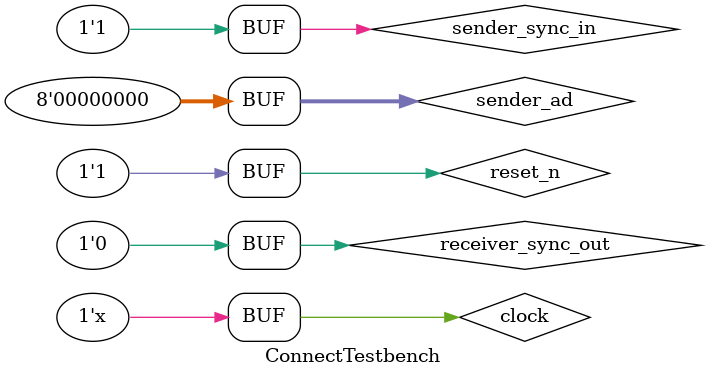
<source format=v>
module ConnectTestbench();

    reg sender_sync_in = 0;
    wire receiver_sync_out = 0;
    reg [7:0] sender_ad = 0;
    wire [7:0] receiver_da;
    reg clock = 0;
    reg reset_n = 0;

	always #1 clock <= ~clock;

    initial begin
		#6 reset_n <= 1;
		#(720 + 67) sender_sync_in <= 1;
    end

    ConnectWrapper
        wrapper(
            .clock(clock), .resetN(reset_n),
            .sender_sync_in(sender_sync_in), 
			.receiver_sync_out(receiver_sync_out),
            .sender_ad(sender_ad), .receiver_da(receiver_da)
        );

endmodule

</source>
